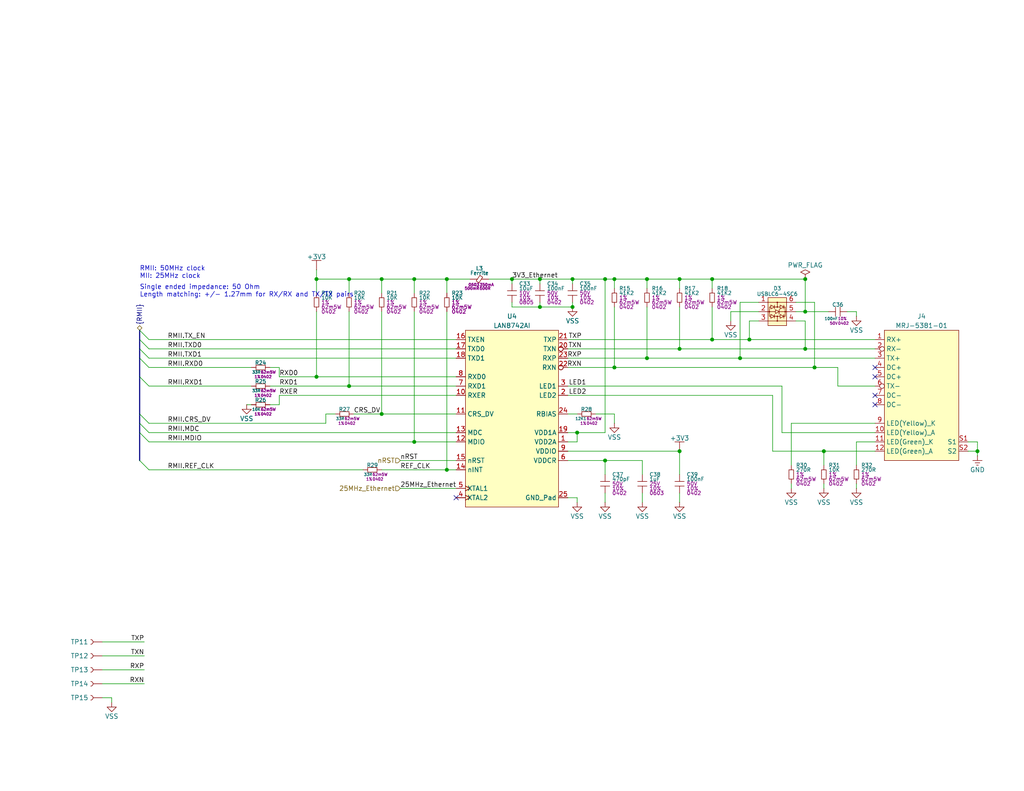
<source format=kicad_sch>
(kicad_sch (version 20250114) (generator "eeschema") (generator_version "9.0")
  (paper "USLetter")
  (title_block (title "Ethernet") (date "2025-03-31") (rev "1") (comment 2 "PROTOTYPE") (comment 3 "2025"))
  (lib_symbols
    (symbol "lib_pwr:+3V3" (power) (pin_numbers (hide yes)) (pin_names (offset 0) (hide yes))
      (property "Value" "+3V3" (at 0 3.556 0))
      (symbol "+3V3_0_1"
        (polyline (pts (xy -1.27 2.54) (xy 0 2.54)))
        (polyline (pts (xy 0 2.54) (xy 1.27 2.54)))
        (polyline (pts (xy 0 0) (xy 0 2.54)))
      )
      (symbol "+3V3_1_1"
        (pin power_in line (at 0 0 90) (length 0) (name "~") (number "1"))
      )
    )
    (symbol "lib_pwr:GND" (power) (pin_numbers (hide yes)) (pin_names (offset 0) (hide yes))
      (property "Value" "GND" (at 0 -3.81 0))
      (symbol "GND_0_1"
        (polyline (pts (xy -1.27 -1.27) (xy -1.27 -1.27)))
        (polyline (pts (xy -0.635 -1.905) (xy 0.635 -1.905)))
        (polyline (pts (xy -0.254 -2.54) (xy -0.254 -2.54)))
        (polyline (pts (xy -0.254 -2.54) (xy 0.254 -2.54)))
        (polyline (pts (xy 0 0) (xy 0 -1.27)))
        (polyline (pts (xy 1.27 -1.27) (xy -1.27 -1.27)))
      )
      (symbol "GND_1_1"
        (pin power_in line (at 0 0 270) (length 0) (name "~") (number "1"))
      )
    )
    (symbol "lib_pwr:PWR_FLAG" (power) (pin_numbers (hide yes)) (pin_names (offset 0) (hide yes))
      (property "Value" "PWR_FLAG" (at 0 3.81 0))
      (symbol "PWR_FLAG_0_1"
        (polyline (pts (xy 0 1.27) (xy -1.27 1.905) (xy 0 2.54) (xy 1.27 1.905) (xy 0 1.27)))
        (polyline (pts (xy 0 0) (xy 0 1.27)))
      )
      (symbol "PWR_FLAG_1_1"
        (pin power_out line (at 0 0 90) (length 0) (name "~") (number "1"))
      )
    )
    (symbol "lib_pwr:VSS" (power) (pin_numbers (hide yes)) (pin_names (offset 0) (hide yes))
      (property "Value" "VSS" (at 0 -3.81 0))
      (symbol "VSS_0_1"
        (polyline (pts (xy 0 0) (xy 0 -1.27) (xy 1.27 -1.27) (xy 0 -2.54) (xy -1.27 -1.27) (xy 0 -1.27)))
      )
      (symbol "VSS_1_1"
        (pin power_in line (at 0 0 270) (length 0) (name "~") (number "1"))
      )
    )
    (symbol "lib_sch:C" (pin_numbers (hide yes)) (pin_names (hide yes))
      (property "Reference" "C?" (at 1.905 2.54 0))
      (property "Value" "CAP" (at 1.905 1.27 0))
      (property "Tolerance" "TOL" (at 1.905 -1.27 0))
      (property "Voltage Rating" "VOLTAGE" (at 1.905 0 0))
      (property "Package" "PKG" (at 1.905 -2.54 0))
      (symbol "C_0_1"
        (polyline (pts (xy -1.27 0.635) (xy 1.27 0.635)))
        (polyline (pts (xy -1.27 -0.635) (xy 1.27 -0.635)))
      )
      (symbol "C_1_1"
        (pin passive line (at 0 2.54 270) (length 1.905) (name "") (number "1"))
        (pin passive line (at 0 -2.54 90) (length 1.905) (name "") (number "2"))
      )
    )
    (symbol "lib_sch:C_horizontal"
      (property "Reference" "C?" (at 0 1.905 0))
      (property "Value" "CAP" (at 0 -1.905 0))
      (property "Tolerance" "TOL" (at 0 -1.905 0))
      (property "Voltage Rating" "VOLT" (at 0 -3.175 0))
      (property "Package" "PKG" (at 0 -3.175 0))
      (symbol "C_horizontal_0_1"
        (polyline (pts (xy -0.635 -1.27) (xy -0.635 1.27)))
        (polyline (pts (xy 0.635 -1.27) (xy 0.635 1.27)))
      )
      (symbol "C_horizontal_1_1"
        (pin passive line (at -2.54 0 0) (length 1.905) (name "") (number "1"))
        (pin passive line (at 2.54 0 180) (length 1.905) (name "") (number "2"))
      )
    )
    (symbol "lib_sch:D_TVS_2CH_PWR" (pin_names (hide yes))
      (property "Reference" "D" (at 0 5.715 0))
      (property "Value" "VAL" (at 0 4.445 0))
      (symbol "D_TVS_2CH_PWR_0_0"
        (pin passive line (at -5.08 0 0) (length 2.54) (name "GND") (number "2"))
        (pin power_in line (at 5.08 0 180) (length 2.54) (name "VBUS") (number "5"))
      )
      (symbol "D_TVS_2CH_PWR_0_1"
        (polyline (pts (xy -2.54 2.54) (xy 2.54 2.54)))
        (polyline (pts (xy -0.762 1.778) (xy -0.762 0.762)))
        (polyline (pts (xy -0.762 -0.762) (xy -0.762 -1.778)))
        (polyline (pts (xy 0.508 0) (xy 0.508 0.508) (xy 0.635 0.635)))
        (polyline (pts (xy 0.508 0) (xy 0.508 -0.508) (xy 0.381 -0.635)))
        (polyline (pts (xy 1.778 1.778) (xy 1.778 0.762)))
        (polyline (pts (xy 1.778 -0.762) (xy 1.778 -1.778)))
      )
      (symbol "D_TVS_2CH_PWR_1_0"
        (pin passive line (at -5.08 2.54 0) (length 2.54) (name "IN1") (number "1"))
        (pin passive line (at -5.08 -2.54 0) (length 2.54) (name "IN2") (number "3"))
        (pin passive line (at 5.08 2.54 180) (length 2.54) (name "OUT1") (number "6"))
        (pin passive line (at 5.08 -2.54 180) (length 2.54) (name "OUT2") (number "4"))
      )
      (symbol "D_TVS_2CH_PWR_1_1"
        (rectangle (start -2.54 3.81) (end 2.54 -3.81) (fill (type background)))
        (polyline (pts (xy -2.54 0) (xy -2.54 0)))
        (polyline (pts (xy -2.54 0) (xy -0.508 0)))
        (polyline (pts (xy -2.54 -2.54) (xy 2.54 -2.54)))
        (circle (center -2.159 0) (radius 0.127) (fill (type outline)))
        (polyline (pts (xy -2.159 0) (xy -2.159 1.27) (xy -1.778 1.27)))
        (polyline (pts (xy -1.778 1.778) (xy -1.778 0.762) (xy -0.762 1.27) (xy -1.778 1.778)) (stroke (width 0.1524)))
        (polyline (pts (xy -1.778 -0.762) (xy -1.778 -1.778) (xy -0.762 -1.27) (xy -1.778 -0.762)) (stroke (width 0.1524)))
        (polyline (pts (xy -1.778 -1.27) (xy -2.159 -1.27) (xy -2.159 0)))
        (polyline (pts (xy -0.762 1.27) (xy 0.762 1.27)))
        (polyline (pts (xy -0.762 -1.27) (xy 0.762 -1.27)))
        (polyline (pts (xy -0.508 0.508) (xy -0.508 -0.508) (xy 0.508 0) (xy -0.508 0.508)) (stroke (width 0.1524)))
        (circle (center 0 2.54) (radius 0.127) (fill (type outline)))
        (circle (center 0 1.27) (radius 0.127) (fill (type outline)))
        (polyline (pts (xy 0 1.27) (xy 0 2.54)))
        (circle (center 0 -1.27) (radius 0.127) (fill (type outline)))
        (polyline (pts (xy 0 -2.54) (xy 0 -1.27)))
        (circle (center 0 -2.54) (radius 0.127) (fill (type outline)))
        (polyline (pts (xy 0.508 0) (xy 2.54 0)))
        (polyline (pts (xy 0.762 1.778) (xy 0.762 0.762) (xy 1.778 1.27) (xy 0.762 1.778)) (stroke (width 0.1524)))
        (polyline (pts (xy 0.762 -0.762) (xy 0.762 -1.778) (xy 1.778 -1.27) (xy 0.762 -0.762)) (stroke (width 0.1524)))
        (polyline (pts (xy 1.778 1.27) (xy 2.159 1.27) (xy 2.159 0)))
        (polyline (pts (xy 1.778 -1.27) (xy 2.159 -1.27) (xy 2.159 0)))
        (circle (center 2.159 0) (radius 0.127) (fill (type outline)))
      )
    )
    (symbol "lib_sch:Ferrite_horizontal" (pin_numbers (hide yes)) (pin_names (hide yes))
      (property "Reference" "L?" (at 0 2.921 0))
      (property "Value" "VAL" (at 0 1.651 0))
      (property "Package" "PKG" (at 0 -1.524 0))
      (property "Current Rating" "IMAX" (at 0 -1.524 0))
      (property "DC Resistance" "DCR" (at 0 -2.54 0))
      (property "Impedance" "IMP" (at 0 -2.54 0))
      (symbol "Ferrite_horizontal_0_1"
        (polyline (pts (xy 0.127 1.016) (xy 0.889 0.508) (xy -0.127 -1.016) (xy -0.889 -0.508) (xy 0.127 1.016)))
      )
      (symbol "Ferrite_horizontal_1_0"
        (pin passive line (at -2.54 0 0) (length 1.9685) (name "") (number "1"))
        (pin passive line (at 2.54 0 180) (length 1.9685) (name "") (number "2"))
      )
    )
    (symbol "lib_sch:LAN8742Ax"
      (property "Reference" "U?" (at 0 27.94 0))
      (property "Value" "LAN8742Ax" (at 0 25.4 0))
      (symbol "LAN8742Ax_0_0"
        (pin output line (at -15.24 21.59 0) (length 2.54) (name "TXEN") (number "16"))
        (pin output line (at -15.24 19.05 0) (length 2.54) (name "TXD0") (number "17"))
        (pin output line (at -15.24 16.51 0) (length 2.54) (name "TXD1") (number "18"))
        (pin input line (at -15.24 11.43 0) (length 2.54) (name "RXD0") (number "8"))
        (pin input line (at -15.24 8.89 0) (length 2.54) (name "RXD1") (number "7"))
        (pin input line (at -15.24 6.35 0) (length 2.54) (name "RXER") (number "10"))
        (pin bidirectional line (at -15.24 1.27 0) (length 2.54) (name "CRS_DV") (number "11"))
        (pin input line (at -15.24 -3.81 0) (length 2.54) (name "MDC") (number "13"))
        (pin bidirectional line (at -15.24 -6.35 0) (length 2.54) (name "MDIO") (number "12"))
        (pin input line (at -15.24 -11.43 0) (length 2.54) (name "nRST") (number "15"))
        (pin input line (at -15.24 -13.97 0) (length 2.54) (name "nINT") (number "14"))
        (pin output line (at 15.24 21.59 180) (length 2.54) (name "TXP") (number "21"))
        (pin output inverted (at 15.24 19.05 180) (length 2.54) (name "TXN") (number "20"))
        (pin input line (at 15.24 16.51 180) (length 2.54) (name "RXP") (number "23"))
        (pin input inverted (at 15.24 13.97 180) (length 2.54) (name "RXN") (number "22"))
        (pin output line (at 15.24 8.89 180) (length 2.54) (name "LED1") (number "3"))
        (pin output line (at 15.24 6.35 180) (length 2.54) (name "LED2") (number "2"))
        (pin input line (at 15.24 1.27 180) (length 2.54) (name "RBIAS") (number "24"))
        (pin power_in line (at 15.24 -3.81 180) (length 2.54) (name "VDD1A") (number "19"))
        (pin power_in line (at 15.24 -6.35 180) (length 2.54) (name "VDD2A") (number "1"))
        (pin power_in line (at 15.24 -8.89 180) (length 2.54) (name "VDDIO") (number "9"))
      )
      (symbol "LAN8742Ax_1_0"
        (pin input clock (at -15.24 -19.05 0) (length 2.54) (name "XTAL1") (number "5"))
        (pin output clock (at -15.24 -21.59 0) (length 2.54) (name "XTAL2") (number "4"))
        (pin power_out line (at 15.24 -11.43 180) (length 2.54) (name "VDDCR") (number "6"))
        (pin power_in line (at 15.24 -21.59 180) (length 2.54) (name "GND_Pad") (number "25"))
      )
      (symbol "LAN8742Ax_1_1"
        (rectangle (start -12.7 24.13) (end 12.7 -24.13) (fill (type background)))
      )
    )
    (symbol "lib_sch:MRJ-5381-01"
      (property "Reference" "J" (at 0 21.59 0))
      (property "Value" "MRJ-5381-01" (at 0 19.05 0))
      (symbol "MRJ-5381-01_0_0"
        (pin input line (at -12.7 15.24 0) (length 2.54) (name "RX+") (number "1"))
        (pin input inverted (at -12.7 12.7 0) (length 2.54) (name "RX-") (number "2"))
        (pin output line (at -12.7 10.16 0) (length 2.54) (name "TX+") (number "3"))
        (pin power_out line (at -12.7 7.62 0) (length 2.54) (name "DC+") (number "4"))
        (pin power_out line (at -12.7 5.08 0) (length 2.54) (name "DC+") (number "5"))
        (pin output inverted (at -12.7 2.54 0) (length 2.54) (name "TX-") (number "6"))
        (pin power_out line (at -12.7 0 0) (length 2.54) (name "DC-") (number "7"))
        (pin power_out line (at -12.7 -2.54 0) (length 2.54) (name "DC-") (number "8"))
        (pin input line (at -12.7 -7.62 0) (length 2.54) (name "LED(Yellow)_K") (number "9"))
        (pin passive line (at -12.7 -10.16 0) (length 2.54) (name "LED(Yellow)_A") (number "10"))
        (pin input line (at -12.7 -12.7 0) (length 2.54) (name "LED(Green)_K") (number "11"))
        (pin passive line (at -12.7 -15.24 0) (length 2.54) (name "LED(Green)_A") (number "12"))
      )
      (symbol "MRJ-5381-01_1_1"
        (rectangle (start -10.16 17.78) (end 10.16 -17.78) (fill (type background)))
        (pin passive line (at 12.7 -12.7 180) (length 2.54) (name "S1") (number "S1"))
        (pin passive line (at 12.7 -15.24 180) (length 2.54) (name "S2") (number "S2"))
      )
    )
    (symbol "lib_sch:R"
      (property "Reference" "R?" (at 1.27 2.54 0))
      (property "Value" "VAL" (at 1.27 1.27 0))
      (property "Tolerance" "TOL" (at 1.27 0 0))
      (property "Power Rating" "PWR" (at 1.27 -1.27 0))
      (property "Package" "PKG" (at 1.27 -2.54 0))
      (symbol "R_0_1"
        (polyline (pts (xy -0.635 1.27) (xy -0.635 -1.27) (xy 0.635 -1.27) (xy 0.635 1.27) (xy -0.635 1.27)))
      )
      (symbol "R_1_1"
        (pin passive line (at 0 2.54 270) (length 1.27) (name "") (number "1"))
        (pin passive line (at 0 -2.54 90) (length 1.27) (name "") (number "2"))
      )
    )
    (symbol "lib_sch:R_horizontal"
      (property "Reference" "R?" (at 0 1.27 0))
      (property "Value" "VAL" (at 0 -1.27 0))
      (property "Tolerance" "TOL" (at 0 -2.54 0))
      (property "Power Rating" "PWR" (at 0 -1.27 0))
      (property "Package" "PKG" (at 0 -2.54 0))
      (symbol "R_horizontal_0_1"
        (polyline (pts (xy -1.27 -0.635) (xy 1.27 -0.635) (xy 1.27 0.635) (xy -1.27 0.635) (xy -1.27 -0.635)))
      )
      (symbol "R_horizontal_1_1"
        (pin passive line (at -2.54 0 0) (length 1.27) (name "") (number "1"))
        (pin passive line (at 2.54 0 180) (length 1.27) (name "") (number "2"))
      )
    )
    (symbol "lib_sch:Testpoint" (pin_numbers (hide yes)) (pin_names (hide yes))
      (property "Reference" "TP" (at -1.27 0 0))
      (symbol "Testpoint_0_1"
        (arc (start -0.635 0.635) (mid 0 0) (end -0.635 -0.635))
      )
      (symbol "Testpoint_1_0"
        (pin passive line (at 2.54 0 180) (length 2.54) (name "") (number "1"))
      )
    )
  )
  (text "RMII: 50MHz clock\nMII: 25MHz clock" (at 38.1 76.2 0) (effects (font (size 1.27 1.27)) (justify left bottom)))
  (text "Single ended impedance: 50 Ohm\nLength matching: +/- 1.27mm for RX/RX and TX/TX pairs" (at 38.1 81.28 0) (effects (font (size 1.27 1.27)) (justify left bottom)))
  (junction (at 113.03 120.65))
  (junction (at 156.21 76.2))
  (junction (at 185.42 76.2))
  (junction (at 95.25 105.41))
  (junction (at 147.32 76.2))
  (junction (at 165.1 125.73))
  (junction (at 194.31 76.2))
  (junction (at 139.7 76.2))
  (junction (at 167.64 76.2))
  (junction (at 104.14 113.03))
  (junction (at 121.92 128.27))
  (junction (at 167.64 100.33))
  (junction (at 219.71 76.2))
  (junction (at 185.42 123.19))
  (junction (at 165.1 76.2))
  (junction (at 185.42 95.25))
  (junction (at 176.53 97.79))
  (junction (at 121.92 76.2))
  (junction (at 86.36 102.87))
  (junction (at 204.47 92.71))
  (junction (at 222.25 100.33))
  (junction (at 95.25 76.2))
  (junction (at 266.7 123.19))
  (junction (at 86.36 76.2))
  (junction (at 156.21 83.82))
  (junction (at 194.31 92.71))
  (junction (at 224.79 123.19))
  (junction (at 219.71 85.09))
  (junction (at 147.32 83.82))
  (junction (at 104.14 76.2))
  (junction (at 219.71 95.25))
  (junction (at 157.48 118.11))
  (junction (at 201.93 97.79))
  (junction (at 176.53 76.2))
  (junction (at 113.03 76.2))
  (no_connect (at 238.76 110.49))
  (no_connect (at 238.76 107.95))
  (no_connect (at 124.46 135.89))
  (no_connect (at 238.76 102.87))
  (no_connect (at 238.76 100.33))
  (bus_entry (at 40.64 100.33) (size -2.54 -2.54))
  (bus_entry (at 40.64 105.41) (size -2.54 -2.54))
  (bus_entry (at 40.64 118.11) (size -2.54 -2.54))
  (bus_entry (at 40.64 120.65) (size -2.54 -2.54))
  (bus_entry (at 40.64 97.79) (size -2.54 -2.54))
  (bus_entry (at 40.64 95.25) (size -2.54 -2.54))
  (bus_entry (at 40.64 115.57) (size -2.54 -2.54))
  (bus_entry (at 40.64 128.27) (size -2.54 -2.54))
  (bus_entry (at 40.64 92.71) (size -2.54 -2.54))
  (wire (pts (xy 73.66 110.49) (xy 76.2 110.49)))
  (wire (pts (xy 165.1 129.54) (xy 165.1 125.73)))
  (wire (pts (xy 40.64 92.71) (xy 124.46 92.71)))
  (wire (pts (xy 86.36 102.87) (xy 124.46 102.87)))
  (wire (pts (xy 121.92 85.09) (xy 121.92 128.27)))
  (wire (pts (xy 215.9 115.57) (xy 238.76 115.57)))
  (wire (pts (xy 104.14 76.2) (xy 104.14 80.01)))
  (wire (pts (xy 147.32 77.47) (xy 147.32 76.2)))
  (wire (pts (xy 73.66 105.41) (xy 95.25 105.41)))
  (wire (pts (xy 219.71 76.2) (xy 219.71 85.09)))
  (wire (pts (xy 76.2 107.95) (xy 124.46 107.95)))
  (wire (pts (xy 185.42 134.62) (xy 185.42 137.16)))
  (bus (pts (xy 38.1 90.17) (xy 38.1 92.71)))
  (bus (pts (xy 38.1 115.57) (xy 38.1 113.03)))
  (bus (pts (xy 38.1 115.57) (xy 38.1 118.11)))
  (wire (pts (xy 167.64 100.33) (xy 222.25 100.33)))
  (wire (pts (xy 264.16 120.65) (xy 266.7 120.65)))
  (wire (pts (xy 210.82 107.95) (xy 210.82 123.19)))
  (bus (pts (xy 38.1 118.11) (xy 38.1 125.73)))
  (wire (pts (xy 175.26 129.54) (xy 175.26 125.73)))
  (wire (pts (xy 157.48 137.16) (xy 157.48 135.89)))
  (bus (pts (xy 38.1 102.87) (xy 38.1 113.03)))
  (wire (pts (xy 194.31 76.2) (xy 194.31 78.74)))
  (wire (pts (xy 167.64 83.82) (xy 167.64 100.33)))
  (wire (pts (xy 204.47 92.71) (xy 238.76 92.71)))
  (wire (pts (xy 109.22 133.35) (xy 124.46 133.35)))
  (wire (pts (xy 154.94 100.33) (xy 167.64 100.33)))
  (wire (pts (xy 233.68 85.09) (xy 231.14 85.09)))
  (wire (pts (xy 86.36 73.66) (xy 86.36 76.2)))
  (wire (pts (xy 176.53 76.2) (xy 185.42 76.2)))
  (wire (pts (xy 139.7 77.47) (xy 139.7 76.2)))
  (wire (pts (xy 185.42 76.2) (xy 185.42 78.74)))
  (bus (pts (xy 38.1 102.87) (xy 38.1 97.79)))
  (wire (pts (xy 165.1 134.62) (xy 165.1 137.16)))
  (wire (pts (xy 40.64 115.57) (xy 88.9 115.57)))
  (wire (pts (xy 147.32 76.2) (xy 156.21 76.2)))
  (wire (pts (xy 215.9 132.08) (xy 215.9 133.35)))
  (wire (pts (xy 165.1 76.2) (xy 167.64 76.2)))
  (wire (pts (xy 154.94 120.65) (xy 157.48 120.65)))
  (wire (pts (xy 40.64 120.65) (xy 113.03 120.65)))
  (wire (pts (xy 266.7 123.19) (xy 264.16 123.19)))
  (wire (pts (xy 30.48 190.5) (xy 27.94 190.5)))
  (wire (pts (xy 157.48 135.89) (xy 154.94 135.89)))
  (wire (pts (xy 165.1 76.2) (xy 165.1 118.11)))
  (wire (pts (xy 199.39 85.09) (xy 207.01 85.09)))
  (wire (pts (xy 224.79 123.19) (xy 238.76 123.19)))
  (wire (pts (xy 219.71 85.09) (xy 217.17 85.09)))
  (wire (pts (xy 228.6 105.41) (xy 238.76 105.41)))
  (wire (pts (xy 204.47 87.63) (xy 204.47 92.71)))
  (wire (pts (xy 39.37 175.26) (xy 27.94 175.26)))
  (wire (pts (xy 133.35 76.2) (xy 139.7 76.2)))
  (wire (pts (xy 167.64 78.74) (xy 167.64 76.2)))
  (wire (pts (xy 233.68 86.36) (xy 233.68 85.09)))
  (wire (pts (xy 104.14 76.2) (xy 113.03 76.2)))
  (wire (pts (xy 147.32 83.82) (xy 156.21 83.82)))
  (wire (pts (xy 194.31 83.82) (xy 194.31 92.71)))
  (wire (pts (xy 185.42 123.19) (xy 154.94 123.19)))
  (wire (pts (xy 219.71 95.25) (xy 238.76 95.25)))
  (wire (pts (xy 185.42 95.25) (xy 219.71 95.25)))
  (bus (pts (xy 38.1 95.25) (xy 38.1 92.71)))
  (wire (pts (xy 76.2 100.33) (xy 76.2 102.87)))
  (wire (pts (xy 201.93 82.55) (xy 207.01 82.55)))
  (wire (pts (xy 266.7 124.46) (xy 266.7 123.19)))
  (wire (pts (xy 233.68 132.08) (xy 233.68 133.35)))
  (wire (pts (xy 224.79 123.19) (xy 224.79 127)))
  (wire (pts (xy 201.93 82.55) (xy 201.93 97.79)))
  (wire (pts (xy 109.22 125.73) (xy 124.46 125.73)))
  (wire (pts (xy 113.03 76.2) (xy 113.03 80.01)))
  (wire (pts (xy 30.48 191.77) (xy 30.48 190.5)))
  (wire (pts (xy 39.37 186.69) (xy 27.94 186.69)))
  (wire (pts (xy 175.26 134.62) (xy 175.26 137.16)))
  (wire (pts (xy 40.64 128.27) (xy 99.06 128.27)))
  (wire (pts (xy 104.14 113.03) (xy 124.46 113.03)))
  (wire (pts (xy 213.36 118.11) (xy 238.76 118.11)))
  (wire (pts (xy 217.17 87.63) (xy 219.71 87.63)))
  (wire (pts (xy 95.25 76.2) (xy 104.14 76.2)))
  (bus (pts (xy 38.1 97.79) (xy 38.1 95.25)))
  (wire (pts (xy 40.64 100.33) (xy 68.58 100.33)))
  (wire (pts (xy 222.25 82.55) (xy 222.25 100.33)))
  (wire (pts (xy 154.94 92.71) (xy 194.31 92.71)))
  (wire (pts (xy 210.82 123.19) (xy 224.79 123.19)))
  (wire (pts (xy 121.92 128.27) (xy 124.46 128.27)))
  (wire (pts (xy 201.93 97.79) (xy 238.76 97.79)))
  (wire (pts (xy 154.94 97.79) (xy 176.53 97.79)))
  (wire (pts (xy 39.37 179.07) (xy 27.94 179.07)))
  (wire (pts (xy 156.21 76.2) (xy 165.1 76.2)))
  (wire (pts (xy 167.64 113.03) (xy 162.56 113.03)))
  (wire (pts (xy 175.26 125.73) (xy 165.1 125.73)))
  (wire (pts (xy 67.31 110.49) (xy 68.58 110.49)))
  (wire (pts (xy 199.39 87.63) (xy 199.39 85.09)))
  (wire (pts (xy 76.2 110.49) (xy 76.2 107.95)))
  (wire (pts (xy 104.14 128.27) (xy 121.92 128.27)))
  (wire (pts (xy 40.64 95.25) (xy 124.46 95.25)))
  (wire (pts (xy 176.53 76.2) (xy 176.53 78.74)))
  (wire (pts (xy 157.48 120.65) (xy 157.48 118.11)))
  (wire (pts (xy 95.25 76.2) (xy 95.25 80.01)))
  (wire (pts (xy 104.14 85.09) (xy 104.14 113.03)))
  (wire (pts (xy 121.92 76.2) (xy 121.92 80.01)))
  (wire (pts (xy 154.94 107.95) (xy 210.82 107.95)))
  (wire (pts (xy 222.25 100.33) (xy 228.6 100.33)))
  (wire (pts (xy 113.03 76.2) (xy 121.92 76.2)))
  (wire (pts (xy 86.36 76.2) (xy 86.36 80.01)))
  (wire (pts (xy 121.92 76.2) (xy 128.27 76.2)))
  (wire (pts (xy 86.36 76.2) (xy 95.25 76.2)))
  (wire (pts (xy 185.42 129.54) (xy 185.42 123.19)))
  (wire (pts (xy 157.48 118.11) (xy 154.94 118.11)))
  (wire (pts (xy 95.25 85.09) (xy 95.25 105.41)))
  (wire (pts (xy 156.21 83.82) (xy 156.21 82.55)))
  (wire (pts (xy 165.1 125.73) (xy 154.94 125.73)))
  (wire (pts (xy 219.71 87.63) (xy 219.71 95.25)))
  (wire (pts (xy 113.03 120.65) (xy 124.46 120.65)))
  (wire (pts (xy 165.1 118.11) (xy 157.48 118.11)))
  (wire (pts (xy 228.6 100.33) (xy 228.6 105.41)))
  (wire (pts (xy 213.36 105.41) (xy 213.36 118.11)))
  (wire (pts (xy 233.68 127) (xy 233.68 120.65)))
  (wire (pts (xy 76.2 102.87) (xy 86.36 102.87)))
  (wire (pts (xy 215.9 127) (xy 215.9 115.57)))
  (wire (pts (xy 194.31 76.2) (xy 219.71 76.2)))
  (wire (pts (xy 207.01 87.63) (xy 204.47 87.63)))
  (wire (pts (xy 167.64 115.57) (xy 167.64 113.03)))
  (wire (pts (xy 40.64 97.79) (xy 124.46 97.79)))
  (wire (pts (xy 139.7 83.82) (xy 147.32 83.82)))
  (wire (pts (xy 219.71 85.09) (xy 226.06 85.09)))
  (wire (pts (xy 147.32 82.55) (xy 147.32 83.82)))
  (wire (pts (xy 217.17 82.55) (xy 222.25 82.55)))
  (wire (pts (xy 154.94 105.41) (xy 213.36 105.41)))
  (wire (pts (xy 113.03 85.09) (xy 113.03 120.65)))
  (wire (pts (xy 154.94 113.03) (xy 157.48 113.03)))
  (wire (pts (xy 176.53 83.82) (xy 176.53 97.79)))
  (wire (pts (xy 73.66 100.33) (xy 76.2 100.33)))
  (wire (pts (xy 139.7 82.55) (xy 139.7 83.82)))
  (wire (pts (xy 224.79 132.08) (xy 224.79 133.35)))
  (wire (pts (xy 266.7 120.65) (xy 266.7 123.19)))
  (wire (pts (xy 40.64 105.41) (xy 68.58 105.41)))
  (wire (pts (xy 96.52 113.03) (xy 104.14 113.03)))
  (wire (pts (xy 88.9 115.57) (xy 88.9 113.03)))
  (wire (pts (xy 139.7 76.2) (xy 147.32 76.2)))
  (wire (pts (xy 156.21 77.47) (xy 156.21 76.2)))
  (wire (pts (xy 88.9 113.03) (xy 91.44 113.03)))
  (wire (pts (xy 167.64 76.2) (xy 176.53 76.2)))
  (wire (pts (xy 194.31 92.71) (xy 204.47 92.71)))
  (wire (pts (xy 39.37 182.88) (xy 27.94 182.88)))
  (wire (pts (xy 176.53 97.79) (xy 201.93 97.79)))
  (wire (pts (xy 185.42 76.2) (xy 194.31 76.2)))
  (wire (pts (xy 154.94 95.25) (xy 185.42 95.25)))
  (wire (pts (xy 95.25 105.41) (xy 124.46 105.41)))
  (wire (pts (xy 40.64 118.11) (xy 124.46 118.11)))
  (wire (pts (xy 233.68 120.65) (xy 238.76 120.65)))
  (wire (pts (xy 86.36 85.09) (xy 86.36 102.87)))
  (wire (pts (xy 185.42 83.82) (xy 185.42 95.25)))
  (label "RXP" (at 39.37 182.88 180))
  (label "RXP" (at 158.75 97.79 180))
  (label "RMII.RXD1" (at 45.72 105.41 0))
  (label "RXER" (at 76.2 107.95 0))
  (label "RXN" (at 39.37 186.69 180))
  (label "RXN" (at 158.75 100.33 180))
  (label "25MHz_Ethernet" (at 109.22 133.35 0))
  (label "TXN" (at 39.37 179.07 180))
  (label "RXD0" (at 76.2 102.87 0))
  (label "RMII.MDIO" (at 45.72 120.65 0))
  (label "CRS_DV" (at 96.52 113.03 0))
  (label "RMII.TXD0" (at 45.72 95.25 0))
  (label "LED1" (at 160.02 105.41 180))
  (label "nRST" (at 109.22 125.73 0))
  (label "REF_CLK" (at 109.22 128.27 0))
  (label "RMII.RXD0" (at 45.72 100.33 0))
  (label "RMII.REF_CLK" (at 45.72 128.27 0))
  (label "TXN" (at 158.75 95.25 180))
  (label "TXP" (at 39.37 175.26 180))
  (label "3V3_Ethernet" (at 139.7 76.2 0))
  (label "RMII.TX_EN" (at 45.72 92.71 0))
  (label "RMII.CRS_DV" (at 45.72 115.57 0))
  (label "LED2" (at 160.02 107.95 180))
  (label "RMII.MDC" (at 45.72 118.11 0))
  (label "RMII.TXD1" (at 45.72 97.79 0))
  (label "RXD1" (at 76.2 105.41 0))
  (label "TXP" (at 158.75 92.71 180))
  (hierarchical_label "25MHz_Ethernet" (shape input) (at 109.22 133.35 180))
  (hierarchical_label "nRST" (shape input) (at 109.22 125.73 180))
  (hierarchical_label "{RMII}" (shape bidirectional) (at 38.1 90.17 90))
  (symbol (lib_id "lib_pwr:VSS") (at 233.68 133.35 0) (unit 1)
    (property "Reference" "#PWR091" (effects (hide yes)))
    (property "Value" "VSS" (at 233.68 137.16 0))
  )
  (symbol (lib_id "lib_sch:R") (at 233.68 129.54 0) (unit 1)
    (property "Reference" "R32" (at 234.95 127 0) (effects (font (size 1.016 1.016)) (justify left)))
    (property "Value" "270R" (at 234.95 128.27 0) (effects (font (size 1.016 1.016)) (justify left)))
    (property "Footprint" "lib_passives:CRCW0402" (effects (hide yes)))
    (property "Datasheet" "datasheets/Vishay-Dale-DCRCWe3.pdf" (effects (hide yes)))
    (property "Description" "RES SMD 270 OHM 1% 1/16W 0402" (effects (hide yes)))
    (property "Manufacturer" "Vishay Dale" (effects (hide yes)))
    (property "MPN" "CRCW0402270RFKED" (effects (hide yes)))
    (property "DKPN" "541-270LCT-ND" (effects (hide yes)))
    (property "Tolerance" "1%" (at 234.95 129.54 0) (effects (font (size 1.016 1.016)) (justify left)))
    (property "Power Rating" "62m5W" (at 234.95 130.81 0) (effects (font (size 1.016 1.016)) (justify left)))
    (property "Package" "0402" (at 234.95 132.08 0) (effects (font (size 1.016 1.016)) (justify left)))
  )
  (symbol (lib_id "lib_pwr:VSS") (at 215.9 133.35 0) (unit 1)
    (property "Reference" "#PWR089" (effects (hide yes)))
    (property "Value" "VSS" (at 215.9 137.16 0))
  )
  (symbol (lib_id "lib_sch:R") (at 194.31 81.28 0) (unit 1)
    (property "Reference" "R18" (at 195.58 78.74 0) (effects (font (size 1.016 1.016)) (justify left)))
    (property "Value" "41K2" (at 195.58 80.01 0) (effects (font (size 1.016 1.016)) (justify left)))
    (property "Footprint" "lib_passives:CRCW0402" (effects (hide yes)))
    (property "Datasheet" "datasheets/Vishay-Dale-DCRCWe3.pdf" (effects (hide yes)))
    (property "Description" "RES SMD 41.2 OHM 1% 1/16W 0402" (effects (hide yes)))
    (property "Manufacturer" "Vishay Dale" (effects (hide yes)))
    (property "MPN" "CRCW040241R2FKED" (effects (hide yes)))
    (property "DKPN" "541-41.2LCT-ND" (effects (hide yes)))
    (property "Tolerance" "1%" (at 195.58 81.28 0) (effects (font (size 1.016 1.016)) (justify left)))
    (property "Power Rating" "62m5W" (at 195.58 82.55 0) (effects (font (size 1.016 1.016)) (justify left)))
    (property "Package" "0402" (at 195.58 83.82 0) (effects (font (size 1.016 1.016)) (justify left)))
  )
  (symbol (lib_id "lib_sch:R") (at 121.92 82.55 0) (unit 1)
    (property "Reference" "R23" (at 123.19 80.01 0) (effects (font (size 1.016 1.016)) (justify left)))
    (property "Value" "10K" (at 123.19 81.28 0) (effects (font (size 1.016 1.016)) (justify left)))
    (property "Footprint" "lib_passives:CRCW0402" (effects (hide yes)))
    (property "Datasheet" "datasheets/Vishay-Dale-DCRCWe3.pdf" (effects (hide yes)))
    (property "Description" "RES SMD 10K OHM 1% 1/16W 0402" (effects (hide yes)))
    (property "Manufacturer" "Vishay Dale" (effects (hide yes)))
    (property "MPN" "CRCW040210K0FKED" (effects (hide yes)))
    (property "DKPN" "541-10.0KLCT-ND" (effects (hide yes)))
    (property "Tolerance" "1%" (at 123.19 82.55 0) (effects (font (size 1.016 1.016)) (justify left)))
    (property "Power Rating" "62m5W" (at 123.19 83.82 0) (effects (font (size 1.016 1.016)) (justify left)))
    (property "Package" "0402" (at 123.19 85.09 0) (effects (font (size 1.016 1.016)) (justify left)))
  )
  (symbol (lib_id "lib_sch:R") (at 176.53 81.28 0) (unit 1)
    (property "Reference" "R16" (at 177.8 78.74 0) (effects (font (size 1.016 1.016)) (justify left)))
    (property "Value" "41K2" (at 177.8 80.01 0) (effects (font (size 1.016 1.016)) (justify left)))
    (property "Footprint" "lib_passives:CRCW0402" (effects (hide yes)))
    (property "Datasheet" "datasheets/Vishay-Dale-DCRCWe3.pdf" (effects (hide yes)))
    (property "Description" "RES SMD 41.2 OHM 1% 1/16W 0402" (effects (hide yes)))
    (property "Manufacturer" "Vishay Dale" (effects (hide yes)))
    (property "MPN" "CRCW040241R2FKED" (effects (hide yes)))
    (property "DKPN" "541-41.2LCT-ND" (effects (hide yes)))
    (property "Tolerance" "1%" (at 177.8 81.28 0) (effects (font (size 1.016 1.016)) (justify left)))
    (property "Power Rating" "62m5W" (at 177.8 82.55 0) (effects (font (size 1.016 1.016)) (justify left)))
    (property "Package" "0402" (at 177.8 83.82 0) (effects (font (size 1.016 1.016)) (justify left)))
  )
  (symbol (lib_id "lib_sch:Testpoint") (at 25.4 179.07 0) (unit 1) (in_bom no)
    (property "Reference" "TP12" (at 24.13 179.07 0) (effects (justify right)))
    (property "Footprint" "lib_misc:TP_2mm" (effects (hide yes)))
    (property "Manufacturer" "N/A" (effects (hide yes)))
    (property "MPN" "N/A" (effects (hide yes)))
    (property "DKPN" "N/A" (effects (hide yes)))
  )
  (symbol (lib_id "lib_pwr:VSS") (at 224.79 133.35 0) (unit 1)
    (property "Reference" "#PWR090" (effects (hide yes)))
    (property "Value" "VSS" (at 224.79 137.16 0))
  )
  (symbol (lib_id "lib_sch:R") (at 185.42 81.28 0) (unit 1)
    (property "Reference" "R17" (at 186.69 78.74 0) (effects (font (size 1.016 1.016)) (justify left)))
    (property "Value" "41K2" (at 186.69 80.01 0) (effects (font (size 1.016 1.016)) (justify left)))
    (property "Footprint" "lib_passives:CRCW0402" (effects (hide yes)))
    (property "Datasheet" "datasheets/Vishay-Dale-DCRCWe3.pdf" (effects (hide yes)))
    (property "Description" "RES SMD 41.2 OHM 1% 1/16W 0402" (effects (hide yes)))
    (property "Manufacturer" "Vishay Dale" (effects (hide yes)))
    (property "MPN" "CRCW040241R2FKED" (effects (hide yes)))
    (property "DKPN" "541-41.2LCT-ND" (effects (hide yes)))
    (property "Tolerance" "1%" (at 186.69 81.28 0) (effects (font (size 1.016 1.016)) (justify left)))
    (property "Power Rating" "62m5W" (at 186.69 82.55 0) (effects (font (size 1.016 1.016)) (justify left)))
    (property "Package" "0402" (at 186.69 83.82 0) (effects (font (size 1.016 1.016)) (justify left)))
  )
  (symbol (lib_id "lib_sch:MRJ-5381-01") (at 251.46 107.95 0) (unit 1)
    (property "Reference" "J4" (at 251.46 86.36 0))
    (property "Value" "MRJ-5381-01" (at 251.46 88.9 0))
    (property "Footprint" "lib_connectors:MJR-5381-X1" (effects (hide yes)))
    (property "Datasheet" "datasheets/Amphenol-MRJ-53XX-X1.pdf" (effects (hide yes)))
    (property "Description" "CONN MOD JACK 8P8C R/A UNSHLD" (effects (hide yes)))
    (property "Manufacturer" "Amphenol ICC (Commercial Products)" (effects (hide yes)))
    (property "MPN" "MRJ-5381-01" (effects (hide yes)))
    (property "DKPN" "MRJ-5381-01-ND" (effects (hide yes)))
  )
  (symbol (lib_id "lib_sch:C") (at 147.32 80.01 0) (unit 1)
    (property "Reference" "C34" (at 149.225 77.47 0) (effects (font (size 1.016 1.016)) (justify left)))
    (property "Value" "100nF" (at 149.225 78.74 0) (effects (font (size 1.016 1.016)) (justify left)))
    (property "Footprint" "lib_passives:GCM0402" (effects (hide yes)))
    (property "Datasheet" "datasheets/Murata-Electronics-GRT155R71H104KE01.pdf" (effects (hide yes)))
    (property "Description" "CAP CER 0.1UF 50V X7R 0402" (effects (hide yes)))
    (property "Manufacturer" "Murata Electronics" (effects (hide yes)))
    (property "MPN" "GRT155R71H104KE01D" (effects (hide yes)))
    (property "DKPN" "490-GRT155R71H104KE01DCT-ND" (effects (hide yes)))
    (property "Tolerance" "10%" (at 149.225 81.28 0) (effects (font (size 1.016 1.016)) (justify left)))
    (property "Voltage Rating" "50V" (at 149.225 80.01 0) (effects (font (size 1.016 1.016)) (justify left)))
    (property "Package" "0402" (at 149.225 82.55 0) (effects (font (size 1.016 1.016)) (justify left)))
  )
  (symbol (lib_id "lib_sch:R") (at 86.36 82.55 0) (unit 1)
    (property "Reference" "R19" (at 87.63 80.01 0) (effects (font (size 1.016 1.016)) (justify left)))
    (property "Value" "10K" (at 87.63 81.28 0) (effects (font (size 1.016 1.016)) (justify left)))
    (property "Footprint" "lib_passives:CRCW0402" (effects (hide yes)))
    (property "Datasheet" "datasheets/Vishay-Dale-DCRCWe3.pdf" (effects (hide yes)))
    (property "Description" "RES SMD 10K OHM 1% 1/16W 0402" (effects (hide yes)))
    (property "Manufacturer" "Vishay Dale" (effects (hide yes)))
    (property "MPN" "CRCW040210K0FKED" (effects (hide yes)))
    (property "DKPN" "541-10.0KLCT-ND" (effects (hide yes)))
    (property "Tolerance" "1%" (at 87.63 82.55 0) (effects (font (size 1.016 1.016)) (justify left)))
    (property "Power Rating" "62m5W" (at 87.63 83.82 0) (effects (font (size 1.016 1.016)) (justify left)))
    (property "Package" "0402" (at 87.63 85.09 0) (effects (font (size 1.016 1.016)) (justify left)))
  )
  (symbol (lib_id "lib_pwr:VSS") (at 167.64 115.57 0) (unit 1)
    (property "Reference" "#PWR086" (effects (hide yes)))
    (property "Value" "VSS" (at 167.64 119.38 0))
  )
  (symbol (lib_id "lib_pwr:+3V3") (at 86.36 73.66 0) (unit 1)
    (property "Reference" "#PWR081" (effects (hide yes)))
    (property "Value" "+3V3" (at 86.36 70.104 0))
  )
  (symbol (lib_id "lib_pwr:VSS") (at 30.48 191.77 0) (unit 1)
    (property "Reference" "#PWR096" (effects (hide yes)))
    (property "Value" "VSS" (at 30.48 195.58 0))
  )
  (symbol (lib_id "lib_sch:C_horizontal") (at 228.6 85.09 0) (unit 1)
    (property "Reference" "C36" (at 228.6 83.185 0) (effects (font (size 1.016 1.016))))
    (property "Value" "100nF" (at 228.6 86.995 0) (effects (font (size 0.762 0.762)) (justify right)))
    (property "Footprint" "lib_passives:GCM0402" (effects (hide yes)))
    (property "Datasheet" "datasheets/Murata-Electronics-GRT155R71H104KE01.pdf" (effects (hide yes)))
    (property "Description" "CAP CER 0.1UF 50V X7R 0402" (effects (hide yes)))
    (property "Manufacturer" "Murata Electronics" (effects (hide yes)))
    (property "MPN" "GRT155R71H104KE01D" (effects (hide yes)))
    (property "DKPN" "490-GRT155R71H104KE01DCT-ND" (effects (hide yes)))
    (property "Tolerance" "10%" (at 228.6 86.995 0) (effects (font (size 0.762 0.762)) (justify left)))
    (property "Voltage Rating" "50V" (at 228.6 88.265 0) (effects (font (size 0.762 0.762)) (justify right)))
    (property "Package" "0402" (at 228.6 88.265 0) (effects (font (size 0.762 0.762)) (justify left)))
  )
  (symbol (lib_id "lib_sch:D_TVS_2CH_PWR") (at 212.09 85.09 0) (unit 1)
    (property "Reference" "D3" (at 212.09 78.74 0) (effects (font (size 1.016 1.016))))
    (property "Value" "USBLC6-4SC6" (at 212.09 80.264 0) (effects (font (size 1.016 1.016))))
    (property "Footprint" "lib_ICs:SOT2395P280X145-6" (effects (hide yes)))
    (property "Datasheet" "datasheets/ST-USBLC6-4.pdf" (effects (hide yes)))
    (property "Description" "TVS DIODE 5.25VWM 17VC SOT23-6" (effects (hide yes)))
    (property "Manufacturer" "STMicroelectronics" (effects (hide yes)))
    (property "MPN" "USBLC6-4SC6" (effects (hide yes)))
    (property "DKPN" "497-4492-1-ND" (effects (hide yes)))
  )
  (symbol (lib_id "lib_pwr:PWR_FLAG") (at 219.71 76.2 0) (unit 1)
    (property "Reference" "#FLG014" (effects (hide yes)))
    (property "Value" "PWR_FLAG" (at 219.71 72.39 0))
    (property "Description" "Special symbol for telling ERC where power comes from" (effects (hide yes)))
  )
  (symbol (lib_id "lib_sch:R_horizontal") (at 101.6 128.27 0) (unit 1)
    (property "Reference" "R29" (at 101.6 127 0) (effects (font (size 1.016 1.016))))
    (property "Value" "33R" (at 101.6 129.54 0) (effects (font (size 0.762 0.762)) (justify right)))
    (property "Footprint" "lib_passives:CRCW0402" (effects (hide yes)))
    (property "Datasheet" "datasheets/Vishay-Dale-DCRCWe3.pdf" (effects (hide yes)))
    (property "Description" "RES SMD 33 OHM 1% 1/16W 0402" (effects (hide yes)))
    (property "Manufacturer" "Vishay Dale" (effects (hide yes)))
    (property "MPN" "CRCW040233R0FKED" (effects (hide yes)))
    (property "DKPN" "541-33.0LCT-ND" (effects (hide yes)))
    (property "Tolerance" "1%" (at 101.6 130.81 0) (effects (font (size 0.762 0.762)) (justify right)))
    (property "Power Rating" "62m5W" (at 101.6 129.54 0) (effects (font (size 0.762 0.762)) (justify left)))
    (property "Package" "0402" (at 101.6 130.81 0) (effects (font (size 0.762 0.762)) (justify left)))
  )
  (symbol (lib_id "lib_pwr:VSS") (at 157.48 137.16 0) (unit 1)
    (property "Reference" "#PWR092" (effects (hide yes)))
    (property "Value" "VSS" (at 157.48 140.97 0))
  )
  (symbol (lib_id "lib_sch:C") (at 175.26 132.08 0) (unit 1)
    (property "Reference" "C38" (at 177.165 129.54 0) (effects (font (size 1.016 1.016)) (justify left)))
    (property "Value" "1uF" (at 177.165 130.81 0) (effects (font (size 1.016 1.016)) (justify left)))
    (property "Footprint" "lib_passives:GRT0603" (effects (hide yes)))
    (property "Datasheet" "datasheets/Murata-Electronics-GRT188R71E105KE13.pdf" (effects (hide yes)))
    (property "Description" "CAP CER 1UF 25V X7R 0603" (effects (hide yes)))
    (property "Manufacturer" "Murata Electronics" (effects (hide yes)))
    (property "MPN" "GRT188R71E105KE13D" (effects (hide yes)))
    (property "DKPN" "490-GRT188R71E105KE13DCT-ND" (effects (hide yes)))
    (property "Tolerance" "10%" (at 177.165 133.35 0) (effects (font (size 1.016 1.016)) (justify left)))
    (property "Voltage Rating" "25V" (at 177.165 132.08 0) (effects (font (size 1.016 1.016)) (justify left)))
    (property "Package" "0603" (at 177.165 134.62 0) (effects (font (size 1.016 1.016)) (justify left)))
  )
  (symbol (lib_id "lib_pwr:VSS") (at 156.21 83.82 0) (unit 1)
    (property "Reference" "#PWR082" (effects (hide yes)))
    (property "Value" "VSS" (at 156.21 87.63 0))
  )
  (symbol (lib_id "lib_sch:R") (at 95.25 82.55 0) (unit 1)
    (property "Reference" "R20" (at 96.52 80.01 0) (effects (font (size 1.016 1.016)) (justify left)))
    (property "Value" "10K" (at 96.52 81.28 0) (effects (font (size 1.016 1.016)) (justify left)))
    (property "Footprint" "lib_passives:CRCW0402" (effects (hide yes)))
    (property "Datasheet" "datasheets/Vishay-Dale-DCRCWe3.pdf" (effects (hide yes)))
    (property "Description" "RES SMD 10K OHM 1% 1/16W 0402" (effects (hide yes)))
    (property "Manufacturer" "Vishay Dale" (effects (hide yes)))
    (property "MPN" "CRCW040210K0FKED" (effects (hide yes)))
    (property "DKPN" "541-10.0KLCT-ND" (effects (hide yes)))
    (property "Tolerance" "1%" (at 96.52 82.55 0) (effects (font (size 1.016 1.016)) (justify left)))
    (property "Power Rating" "62m5W" (at 96.52 83.82 0) (effects (font (size 1.016 1.016)) (justify left)))
    (property "Package" "0402" (at 96.52 85.09 0) (effects (font (size 1.016 1.016)) (justify left)))
  )
  (symbol (lib_id "lib_pwr:VSS") (at 199.39 87.63 0) (unit 1)
    (property "Reference" "#PWR084" (effects (hide yes)))
    (property "Value" "VSS" (at 199.39 91.44 0))
  )
  (symbol (lib_id "lib_sch:C") (at 139.7 80.01 0) (unit 1)
    (property "Reference" "C33" (at 141.605 77.47 0) (effects (font (size 1.016 1.016)) (justify left)))
    (property "Value" "10uF" (at 141.605 78.74 0) (effects (font (size 1.016 1.016)) (justify left)))
    (property "Footprint" "lib_passives:GCM0805" (effects (hide yes)))
    (property "Datasheet" "datasheets/Murata-Electronics-GCM21BR71A106KE22.pdf" (effects (hide yes)))
    (property "Description" "CAP CER 10UF 10V X7R 0805" (effects (hide yes)))
    (property "Manufacturer" "Murata Electronics" (effects (hide yes)))
    (property "MPN" "GCM21BR71A106KE22L" (effects (hide yes)))
    (property "DKPN" "490-10674-1-ND" (effects (hide yes)))
    (property "Tolerance" "10%" (at 141.605 81.28 0) (effects (font (size 1.016 1.016)) (justify left)))
    (property "Voltage Rating" "10V" (at 141.605 80.01 0) (effects (font (size 1.016 1.016)) (justify left)))
    (property "Package" "0805" (at 141.605 82.55 0) (effects (font (size 1.016 1.016)) (justify left)))
  )
  (symbol (lib_id "lib_sch:Testpoint") (at 25.4 175.26 0) (unit 1) (in_bom no)
    (property "Reference" "TP11" (at 24.13 175.26 0) (effects (justify right)))
    (property "Footprint" "lib_misc:TP_2mm" (effects (hide yes)))
    (property "Manufacturer" "N/A" (effects (hide yes)))
    (property "MPN" "N/A" (effects (hide yes)))
    (property "DKPN" "N/A" (effects (hide yes)))
  )
  (symbol (lib_id "lib_sch:Ferrite_horizontal") (at 130.81 76.2 0) (unit 1)
    (property "Reference" "L3" (at 130.81 73.279 0) (effects (font (size 1.016 1.016))))
    (property "Value" "Ferrite" (at 130.81 74.549 0) (effects (font (size 1.016 1.016))))
    (property "Footprint" "lib_passives:L_0603" (effects (hide yes)))
    (property "Datasheet" "datasheets/EATON-EXLA1328.pdf" (effects (hide yes)))
    (property "Description" "FERRITE BEAD 600 OHM 0603 1LN" (effects (hide yes)))
    (property "Manufacturer" "Eaton - Electronics Division" (effects (hide yes)))
    (property "MPN" "MFBA3V1608K-601-R" (effects (hide yes)))
    (property "DKPN" "283-MFBA3V1608K-601-RCT-ND" (effects (hide yes)))
    (property "Package" "0603" (at 130.81 77.724 0) (effects (font (size 0.762 0.762)) (justify right)))
    (property "Current Rating" "350mA" (at 130.81 77.724 0) (effects (font (size 0.762 0.762)) (justify left)))
    (property "DC Resistance" "500mR" (at 130.81 78.74 0) (effects (font (size 0.762 0.762)) (justify right)))
    (property "Impedance" "600R" (at 130.81 78.74 0) (effects (font (size 0.762 0.762)) (justify left)))
  )
  (symbol (lib_id "lib_sch:R_horizontal") (at 93.98 113.03 0) (unit 1)
    (property "Reference" "R27" (at 93.98 111.76 0) (effects (font (size 1.016 1.016))))
    (property "Value" "33R" (at 93.98 114.3 0) (effects (font (size 0.762 0.762)) (justify right)))
    (property "Footprint" "lib_passives:CRCW0402" (effects (hide yes)))
    (property "Datasheet" "datasheets/Vishay-Dale-DCRCWe3.pdf" (effects (hide yes)))
    (property "Description" "RES SMD 33 OHM 1% 1/16W 0402" (effects (hide yes)))
    (property "Manufacturer" "Vishay Dale" (effects (hide yes)))
    (property "MPN" "CRCW040233R0FKED" (effects (hide yes)))
    (property "DKPN" "541-33.0LCT-ND" (effects (hide yes)))
    (property "Tolerance" "1%" (at 93.98 115.57 0) (effects (font (size 0.762 0.762)) (justify right)))
    (property "Power Rating" "62m5W" (at 93.98 114.3 0) (effects (font (size 0.762 0.762)) (justify left)))
    (property "Package" "0402" (at 93.98 115.57 0) (effects (font (size 0.762 0.762)) (justify left)))
  )
  (symbol (lib_id "lib_sch:R") (at 224.79 129.54 0) (unit 1)
    (property "Reference" "R31" (at 226.06 127 0) (effects (font (size 1.016 1.016)) (justify left)))
    (property "Value" "10K" (at 226.06 128.27 0) (effects (font (size 1.016 1.016)) (justify left)))
    (property "Footprint" "lib_passives:CRCW0402" (effects (hide yes)))
    (property "Datasheet" "datasheets/Vishay-Dale-DCRCWe3.pdf" (effects (hide yes)))
    (property "Description" "RES SMD 10K OHM 1% 1/16W 0402" (effects (hide yes)))
    (property "Manufacturer" "Vishay Dale" (effects (hide yes)))
    (property "MPN" "CRCW040210K0FKED" (effects (hide yes)))
    (property "DKPN" "541-10.0KLCT-ND" (effects (hide yes)))
    (property "Tolerance" "1%" (at 226.06 129.54 0) (effects (font (size 1.016 1.016)) (justify left)))
    (property "Power Rating" "62m5W" (at 226.06 130.81 0) (effects (font (size 1.016 1.016)) (justify left)))
    (property "Package" "0402" (at 226.06 132.08 0) (effects (font (size 1.016 1.016)) (justify left)))
  )
  (symbol (lib_id "lib_sch:Testpoint") (at 25.4 182.88 0) (unit 1) (in_bom no)
    (property "Reference" "TP13" (at 24.13 182.88 0) (effects (justify right)))
    (property "Footprint" "lib_misc:TP_2mm" (effects (hide yes)))
    (property "Manufacturer" "N/A" (effects (hide yes)))
    (property "MPN" "N/A" (effects (hide yes)))
    (property "DKPN" "N/A" (effects (hide yes)))
  )
  (symbol (lib_id "lib_sch:R") (at 104.14 82.55 0) (unit 1)
    (property "Reference" "R21" (at 105.41 80.01 0) (effects (font (size 1.016 1.016)) (justify left)))
    (property "Value" "10K" (at 105.41 81.28 0) (effects (font (size 1.016 1.016)) (justify left)))
    (property "Footprint" "lib_passives:CRCW0402" (effects (hide yes)))
    (property "Datasheet" "datasheets/Vishay-Dale-DCRCWe3.pdf" (effects (hide yes)))
    (property "Description" "RES SMD 10K OHM 1% 1/16W 0402" (effects (hide yes)))
    (property "Manufacturer" "Vishay Dale" (effects (hide yes)))
    (property "MPN" "CRCW040210K0FKED" (effects (hide yes)))
    (property "DKPN" "541-10.0KLCT-ND" (effects (hide yes)))
    (property "Tolerance" "1%" (at 105.41 82.55 0) (effects (font (size 1.016 1.016)) (justify left)))
    (property "Power Rating" "62m5W" (at 105.41 83.82 0) (effects (font (size 1.016 1.016)) (justify left)))
    (property "Package" "0402" (at 105.41 85.09 0) (effects (font (size 1.016 1.016)) (justify left)))
  )
  (symbol (lib_id "lib_sch:R_horizontal") (at 71.12 105.41 0) (unit 1)
    (property "Reference" "R25" (at 71.12 104.14 0) (effects (font (size 1.016 1.016))))
    (property "Value" "33R" (at 71.12 106.68 0) (effects (font (size 0.762 0.762)) (justify right)))
    (property "Footprint" "lib_passives:CRCW0402" (effects (hide yes)))
    (property "Datasheet" "datasheets/Vishay-Dale-DCRCWe3.pdf" (effects (hide yes)))
    (property "Description" "RES SMD 33 OHM 1% 1/16W 0402" (effects (hide yes)))
    (property "Manufacturer" "Vishay Dale" (effects (hide yes)))
    (property "MPN" "CRCW040233R0FKED" (effects (hide yes)))
    (property "DKPN" "541-33.0LCT-ND" (effects (hide yes)))
    (property "Tolerance" "1%" (at 71.12 107.95 0) (effects (font (size 0.762 0.762)) (justify right)))
    (property "Power Rating" "62m5W" (at 71.12 106.68 0) (effects (font (size 0.762 0.762)) (justify left)))
    (property "Package" "0402" (at 71.12 107.95 0) (effects (font (size 0.762 0.762)) (justify left)))
  )
  (symbol (lib_id "lib_pwr:VSS") (at 185.42 137.16 0) (unit 1)
    (property "Reference" "#PWR095" (effects (hide yes)))
    (property "Value" "VSS" (at 185.42 140.97 0))
  )
  (symbol (lib_id "lib_sch:Testpoint") (at 25.4 186.69 0) (unit 1) (in_bom no)
    (property "Reference" "TP14" (at 24.13 186.69 0) (effects (justify right)))
    (property "Footprint" "lib_misc:TP_2mm" (effects (hide yes)))
    (property "Manufacturer" "N/A" (effects (hide yes)))
    (property "MPN" "N/A" (effects (hide yes)))
    (property "DKPN" "N/A" (effects (hide yes)))
  )
  (symbol (lib_id "lib_sch:C") (at 156.21 80.01 0) (unit 1)
    (property "Reference" "C35" (at 158.115 77.47 0) (effects (font (size 1.016 1.016)) (justify left)))
    (property "Value" "100nF" (at 158.115 78.74 0) (effects (font (size 1.016 1.016)) (justify left)))
    (property "Footprint" "lib_passives:GCM0402" (effects (hide yes)))
    (property "Datasheet" "datasheets/Murata-Electronics-GRT155R71H104KE01.pdf" (effects (hide yes)))
    (property "Description" "CAP CER 0.1UF 50V X7R 0402" (effects (hide yes)))
    (property "Manufacturer" "Murata Electronics" (effects (hide yes)))
    (property "MPN" "GRT155R71H104KE01D" (effects (hide yes)))
    (property "DKPN" "490-GRT155R71H104KE01DCT-ND" (effects (hide yes)))
    (property "Tolerance" "10%" (at 158.115 81.28 0) (effects (font (size 1.016 1.016)) (justify left)))
    (property "Voltage Rating" "50V" (at 158.115 80.01 0) (effects (font (size 1.016 1.016)) (justify left)))
    (property "Package" "0402" (at 158.115 82.55 0) (effects (font (size 1.016 1.016)) (justify left)))
  )
  (symbol (lib_id "lib_pwr:VSS") (at 175.26 137.16 0) (unit 1)
    (property "Reference" "#PWR094" (effects (hide yes)))
    (property "Value" "VSS" (at 175.26 140.97 0))
  )
  (symbol (lib_id "lib_sch:R") (at 167.64 81.28 0) (unit 1)
    (property "Reference" "R15" (at 168.91 78.74 0) (effects (font (size 1.016 1.016)) (justify left)))
    (property "Value" "41K2" (at 168.91 80.01 0) (effects (font (size 1.016 1.016)) (justify left)))
    (property "Footprint" "lib_passives:CRCW0402" (effects (hide yes)))
    (property "Datasheet" "datasheets/Vishay-Dale-DCRCWe3.pdf" (effects (hide yes)))
    (property "Description" "RES SMD 41.2 OHM 1% 1/16W 0402" (effects (hide yes)))
    (property "Manufacturer" "Vishay Dale" (effects (hide yes)))
    (property "MPN" "CRCW040241R2FKED" (effects (hide yes)))
    (property "DKPN" "541-41.2LCT-ND" (effects (hide yes)))
    (property "Tolerance" "1%" (at 168.91 81.28 0) (effects (font (size 1.016 1.016)) (justify left)))
    (property "Power Rating" "62m5W" (at 168.91 82.55 0) (effects (font (size 1.016 1.016)) (justify left)))
    (property "Package" "0402" (at 168.91 83.82 0) (effects (font (size 1.016 1.016)) (justify left)))
  )
  (symbol (lib_id "lib_pwr:+3V3") (at 185.42 123.19 0) (unit 1)
    (property "Reference" "#PWR087" (effects (hide yes)))
    (property "Value" "+3V3" (at 185.42 119.634 0))
  )
  (symbol (lib_id "lib_sch:LAN8742Ax") (at 139.7 114.3 0) (unit 1)
    (property "Reference" "U4" (at 139.7 86.36 0))
    (property "Value" "LAN8742AI" (at 139.7 88.9 0))
    (property "Footprint" "lib_ICs:QFN50P400X400X90-24" (effects (hide yes)))
    (property "Datasheet" "datasheets/Microchip-Technologies-LAN8742A.pdf" (effects (hide yes)))
    (property "Description" "Small Footprint RMII 10/100 Ethernet Transceiver" (effects (hide yes)))
    (property "Manufacturer" "Microchip Technology" (effects (hide yes)))
    (property "MPN" "LAN8742AI-CZ-TR" (effects (hide yes)))
    (property "DKPN" "LAN8742AI-CZ-CT-ND" (effects (hide yes)))
  )
  (symbol (lib_id "lib_sch:Testpoint") (at 25.4 190.5 0) (unit 1)
    (property "Reference" "TP15" (at 24.13 190.5 0) (effects (justify right)))
    (property "Value" "RCWCTE" (effects (hide yes)))
    (property "Footprint" "lib_misc:TP_RCW" (effects (hide yes)))
    (property "Datasheet" "datasheets/KOA-RC-Series.pdf" (effects (hide yes)))
    (property "Description" "PC TEST POINT" (effects (hide yes)))
    (property "Manufacturer" "KOA Speer Electronics, Inc." (effects (hide yes)))
    (property "MPN" "RCWCTE" (effects (hide yes)))
    (property "DKPN" "2019-RCWCTECT-ND" (effects (hide yes)))
  )
  (symbol (lib_id "lib_sch:C") (at 165.1 132.08 0) (unit 1)
    (property "Reference" "C37" (at 167.005 129.54 0) (effects (font (size 1.016 1.016)) (justify left)))
    (property "Value" "470pF" (at 167.005 130.81 0) (effects (font (size 1.016 1.016)) (justify left)))
    (property "Footprint" "lib_passives:GCM0402" (effects (hide yes)))
    (property "Datasheet" "datasheets/Murata-Electronics-GRT155R71H471KE01.pdf" (effects (hide yes)))
    (property "Description" "CAP CER 470PF 50V X7R 0402" (effects (hide yes)))
    (property "Manufacturer" "Murata Electronics" (effects (hide yes)))
    (property "MPN" "GRT155R71H471KE01D" (effects (hide yes)))
    (property "DKPN" "490-GRT155R71H471KE01DCT-ND" (effects (hide yes)))
    (property "Tolerance" "10%" (at 167.005 133.35 0) (effects (font (size 1.016 1.016)) (justify left)))
    (property "Voltage Rating" "50V" (at 167.005 132.08 0) (effects (font (size 1.016 1.016)) (justify left)))
    (property "Package" "0402" (at 167.005 134.62 0) (effects (font (size 1.016 1.016)) (justify left)))
  )
  (symbol (lib_id "lib_sch:C") (at 185.42 132.08 0) (unit 1)
    (property "Reference" "C39" (at 187.325 129.54 0) (effects (font (size 1.016 1.016)) (justify left)))
    (property "Value" "100nF" (at 187.325 130.81 0) (effects (font (size 1.016 1.016)) (justify left)))
    (property "Footprint" "lib_passives:GCM0402" (effects (hide yes)))
    (property "Datasheet" "datasheets/Murata-Electronics-GRT155R71H104KE01.pdf" (effects (hide yes)))
    (property "Description" "CAP CER 0.1UF 50V X7R 0402" (effects (hide yes)))
    (property "Manufacturer" "Murata Electronics" (effects (hide yes)))
    (property "MPN" "GRT155R71H104KE01D" (effects (hide yes)))
    (property "DKPN" "490-GRT155R71H104KE01DCT-ND" (effects (hide yes)))
    (property "Tolerance" "10%" (at 187.325 133.35 0) (effects (font (size 1.016 1.016)) (justify left)))
    (property "Voltage Rating" "50V" (at 187.325 132.08 0) (effects (font (size 1.016 1.016)) (justify left)))
    (property "Package" "0402" (at 187.325 134.62 0) (effects (font (size 1.016 1.016)) (justify left)))
  )
  (symbol (lib_id "lib_pwr:VSS") (at 165.1 137.16 0) (unit 1)
    (property "Reference" "#PWR093" (effects (hide yes)))
    (property "Value" "VSS" (at 165.1 140.97 0))
  )
  (symbol (lib_id "lib_sch:R") (at 215.9 129.54 0) (unit 1)
    (property "Reference" "R30" (at 217.17 127 0) (effects (font (size 1.016 1.016)) (justify left)))
    (property "Value" "270R" (at 217.17 128.27 0) (effects (font (size 1.016 1.016)) (justify left)))
    (property "Footprint" "lib_passives:CRCW0402" (effects (hide yes)))
    (property "Datasheet" "datasheets/Vishay-Dale-DCRCWe3.pdf" (effects (hide yes)))
    (property "Description" "RES SMD 270 OHM 1% 1/16W 0402" (effects (hide yes)))
    (property "Manufacturer" "Vishay Dale" (effects (hide yes)))
    (property "MPN" "CRCW0402270RFKED" (effects (hide yes)))
    (property "DKPN" "541-270LCT-ND" (effects (hide yes)))
    (property "Tolerance" "1%" (at 217.17 129.54 0) (effects (font (size 1.016 1.016)) (justify left)))
    (property "Power Rating" "62m5W" (at 217.17 130.81 0) (effects (font (size 1.016 1.016)) (justify left)))
    (property "Package" "0402" (at 217.17 132.08 0) (effects (font (size 1.016 1.016)) (justify left)))
  )
  (symbol (lib_id "lib_pwr:VSS") (at 67.31 110.49 0) (unit 1)
    (property "Reference" "#PWR085" (effects (hide yes)))
    (property "Value" "VSS" (at 67.31 114.3 0))
  )
  (symbol (lib_id "lib_sch:R") (at 113.03 82.55 0) (unit 1)
    (property "Reference" "R22" (at 114.3 80.01 0) (effects (font (size 1.016 1.016)) (justify left)))
    (property "Value" "10K" (at 114.3 81.28 0) (effects (font (size 1.016 1.016)) (justify left)))
    (property "Footprint" "lib_passives:CRCW0402" (effects (hide yes)))
    (property "Datasheet" "datasheets/Vishay-Dale-DCRCWe3.pdf" (effects (hide yes)))
    (property "Description" "RES SMD 10K OHM 1% 1/16W 0402" (effects (hide yes)))
    (property "Manufacturer" "Vishay Dale" (effects (hide yes)))
    (property "MPN" "CRCW040210K0FKED" (effects (hide yes)))
    (property "DKPN" "541-10.0KLCT-ND" (effects (hide yes)))
    (property "Tolerance" "1%" (at 114.3 82.55 0) (effects (font (size 1.016 1.016)) (justify left)))
    (property "Power Rating" "62m5W" (at 114.3 83.82 0) (effects (font (size 1.016 1.016)) (justify left)))
    (property "Package" "0402" (at 114.3 85.09 0) (effects (font (size 1.016 1.016)) (justify left)))
  )
  (symbol (lib_id "lib_pwr:VSS") (at 233.68 86.36 0) (unit 1)
    (property "Reference" "#PWR083" (effects (hide yes)))
    (property "Value" "VSS" (at 233.68 90.17 0))
  )
  (symbol (lib_id "lib_sch:R_horizontal") (at 160.02 113.03 0) (unit 1)
    (property "Reference" "R28" (at 160.02 111.76 0) (effects (font (size 1.016 1.016))))
    (property "Value" "12K1" (at 160.02 114.3 0) (effects (font (size 0.762 0.762)) (justify right)))
    (property "Footprint" "lib_passives:CRCW0402" (effects (hide yes)))
    (property "Datasheet" "datasheets/Vishay-Dale-DCRCWe3.pdf" (effects (hide yes)))
    (property "Description" "RES SMD 12.1K OHM 1% 1/16W 0402" (effects (hide yes)))
    (property "Manufacturer" "Vishay Dale" (effects (hide yes)))
    (property "MPN" "CRCW040212K1FKED" (effects (hide yes)))
    (property "DKPN" "541-12.1KLCT-ND" (effects (hide yes)))
    (property "Tolerance" "1%" (at 160.02 115.57 0) (effects (font (size 0.762 0.762)) (justify right)))
    (property "Power Rating" "62m5W" (at 160.02 114.3 0) (effects (font (size 0.762 0.762)) (justify left)))
    (property "Package" "0402" (at 160.02 115.57 0) (effects (font (size 0.762 0.762)) (justify left)))
  )
  (symbol (lib_id "lib_sch:R_horizontal") (at 71.12 110.49 0) (unit 1)
    (property "Reference" "R26" (at 71.12 109.22 0) (effects (font (size 1.016 1.016))))
    (property "Value" "10K" (at 71.12 111.76 0) (effects (font (size 0.762 0.762)) (justify right)))
    (property "Footprint" "lib_passives:CRCW0402" (effects (hide yes)))
    (property "Datasheet" "datasheets/Vishay-Dale-DCRCWe3.pdf" (effects (hide yes)))
    (property "Description" "RES SMD 10K OHM 1% 1/16W 0402" (effects (hide yes)))
    (property "Manufacturer" "Vishay Dale" (effects (hide yes)))
    (property "MPN" "CRCW040210K0FKED" (effects (hide yes)))
    (property "DKPN" "541-10.0KLCT-ND" (effects (hide yes)))
    (property "Tolerance" "1%" (at 71.12 113.03 0) (effects (font (size 0.762 0.762)) (justify right)))
    (property "Power Rating" "62m5W" (at 71.12 111.76 0) (effects (font (size 0.762 0.762)) (justify left)))
    (property "Package" "0402" (at 71.12 113.03 0) (effects (font (size 0.762 0.762)) (justify left)))
  )
  (symbol (lib_id "lib_pwr:GND") (at 266.7 124.46 0) (unit 1)
    (property "Reference" "#PWR088" (effects (hide yes)))
    (property "Value" "GND" (at 266.7 128.27 0))
  )
  (symbol (lib_id "lib_sch:R_horizontal") (at 71.12 100.33 0) (unit 1)
    (property "Reference" "R24" (at 71.12 99.06 0) (effects (font (size 1.016 1.016))))
    (property "Value" "33R" (at 71.12 101.6 0) (effects (font (size 0.762 0.762)) (justify right)))
    (property "Footprint" "lib_passives:CRCW0402" (effects (hide yes)))
    (property "Datasheet" "datasheets/Vishay-Dale-DCRCWe3.pdf" (effects (hide yes)))
    (property "Description" "RES SMD 33 OHM 1% 1/16W 0402" (effects (hide yes)))
    (property "Manufacturer" "Vishay Dale" (effects (hide yes)))
    (property "MPN" "CRCW040233R0FKED" (effects (hide yes)))
    (property "DKPN" "541-33.0LCT-ND" (effects (hide yes)))
    (property "Tolerance" "1%" (at 71.12 102.87 0) (effects (font (size 0.762 0.762)) (justify right)))
    (property "Power Rating" "62m5W" (at 71.12 101.6 0) (effects (font (size 0.762 0.762)) (justify left)))
    (property "Package" "0402" (at 71.12 102.87 0) (effects (font (size 0.762 0.762)) (justify left)))
  )
)
</source>
